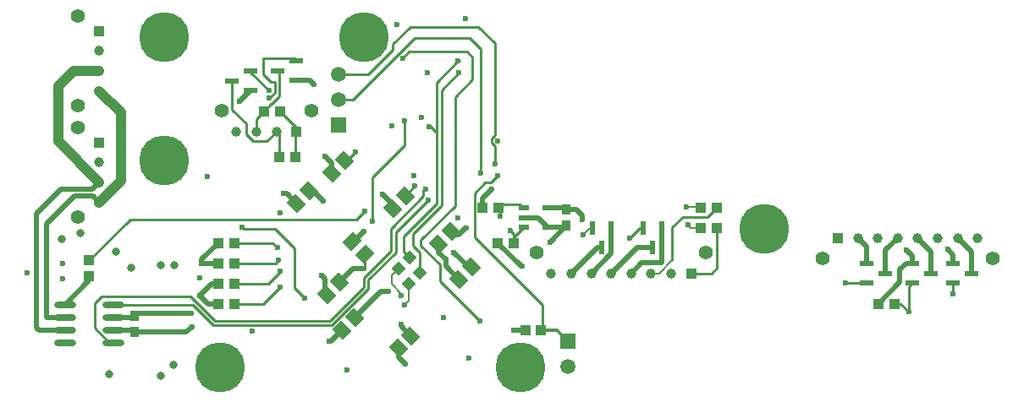
<source format=gbl>
%FSDAX24Y24*%
%MOIN*%
%SFA1B1*%

%IPPOS*%
%AMD28*
4,1,4,0.038300,-0.003500,-0.003500,0.038300,-0.038300,0.003500,0.003500,-0.038300,0.038300,-0.003500,0.0*
%
%AMD29*
4,1,4,0.003500,0.038300,-0.038300,-0.003500,-0.003500,-0.038300,0.038300,0.003500,0.003500,0.038300,0.0*
%
%AMD59*
4,1,4,0.000000,0.027700,-0.027700,0.000000,0.000000,-0.027700,0.027700,0.000000,0.000000,0.027700,0.0*
%
%ADD14R,0.039400X0.039400*%
%ADD15R,0.039400X0.039400*%
%ADD21R,0.055100X0.023600*%
%ADD23R,0.037400X0.039400*%
G04~CAMADD=28~9~0.0~0.0~591.0~492.0~0.0~0.0~0~0.0~0.0~0.0~0.0~0~0.0~0.0~0.0~0.0~0~0.0~0.0~0.0~315.0~766.0~765.0*
%ADD28D28*%
G04~CAMADD=29~9~0.0~0.0~591.0~492.0~0.0~0.0~0~0.0~0.0~0.0~0.0~0~0.0~0.0~0.0~0.0~0~0.0~0.0~0.0~45.0~766.0~765.0*
%ADD29D29*%
%ADD35C,0.009800*%
%ADD36C,0.007900*%
%ADD37C,0.019700*%
%ADD38C,0.039400*%
%ADD40R,0.059100X0.059100*%
%ADD41C,0.059100*%
%ADD42C,0.055100*%
%ADD43C,0.039400*%
%ADD44C,0.196900*%
%ADD45C,0.023600*%
%ADD46C,0.031500*%
%ADD58R,0.043300X0.023600*%
G04~CAMADD=59~10~0.0~393.9~0.0~0.0~0.0~0.0~0~0.0~0.0~0.0~0.0~0~0.0~0.0~0.0~0.0~0~0.0~0.0~0.0~405.0~393.9~0.0*
%ADD59D59*%
%ADD60R,0.023600X0.055100*%
%ADD61O,0.086600X0.023600*%
%ADD62C,0.011800*%
%LNpcb2-1*%
%LPD*%
G54D14*
X021800Y038085D03*
Y038715D03*
X022200Y043362D03*
Y047762D03*
G54D15*
X038976Y035945D03*
X039606D03*
X053515Y037000D03*
X052885D03*
X037285Y040800D03*
X037915D03*
X037885Y039400D03*
X038515D03*
X029915Y042800D03*
X029285D03*
X029315Y044600D03*
X028685D03*
X026885Y039400D03*
X027515D03*
X026885Y037000D03*
X027515D03*
X026885Y037800D03*
X027515D03*
X026885Y038600D03*
X027515D03*
X045885Y040000D03*
X046515D03*
X045885Y040800D03*
X046515D03*
X045512Y038200D03*
X051288Y039600D03*
X029962Y043800D03*
G54D21*
X029974Y046574D03*
Y045826D03*
X029226Y046200D03*
X028174Y046174D03*
Y045426D03*
X027426Y045800D03*
X052426Y037826D03*
Y038574D03*
X053174Y038200D03*
X054226Y037826D03*
Y038574D03*
X054974Y038200D03*
X055826Y037826D03*
Y038574D03*
X056574Y038200D03*
G54D23*
X040600Y040715D03*
Y040085D03*
X023600Y035885D03*
Y036515D03*
G54D28*
X036047Y039847D03*
X035560Y039360D03*
X034248Y041247D03*
X033760Y040760D03*
X036847Y038447D03*
X036360Y037960D03*
X031847Y042647D03*
X031360Y042160D03*
X030447Y041447D03*
X029960Y040960D03*
X031647Y037847D03*
X031160Y037360D03*
X032247Y036447D03*
X031760Y035960D03*
X034465Y035734D03*
X033978Y035247D03*
G54D29*
X032647Y038953D03*
X032160Y039440D03*
G54D35*
X031614Y045055D02*
X032191D01*
X031614Y046055D02*
X032807D01*
X033770Y047018*
Y047254*
X034449Y047933*
X039646Y035955D02*
Y036949D01*
X027835Y040020D02*
X027884Y039970D01*
X029114*
X029902Y039183*
Y037608D02*
Y039183D01*
Y037608D02*
X030285Y037224D01*
X044764Y038720D02*
Y040010D01*
X045187Y040433*
X046148*
X046515Y040800*
X045512Y038200D02*
X046310D01*
X046515Y038405D02*
Y040000D01*
X046310Y038200D02*
X046515Y038405D01*
X036980Y039615D02*
X039646Y036949D01*
X032333Y040325D02*
X032657Y040650D01*
X023410Y040325D02*
X032333D01*
X021800Y038715D02*
X023410Y040325D01*
X028888Y045108D02*
X028903D01*
X053768Y037000D02*
X054085Y036683D01*
X053515Y037000D02*
X053768D01*
X036368Y046122D02*
X036378Y046132D01*
X035679Y045433D02*
X036368Y046122D01*
X035679Y040871D02*
Y045433D01*
X034547Y039739D02*
X035679Y040871D01*
X034547Y039291D02*
Y039739D01*
X034248Y041255D02*
X034636Y041644D01*
X035000Y041506D02*
X035069D01*
X034961Y041467D02*
X035000Y041506D01*
X034961Y041240D02*
Y041467D01*
X033691Y039970D02*
X034961Y041240D01*
X028060Y036309D02*
X028377D01*
X026772D02*
X028060D01*
X028377D02*
X031280D01*
X022018Y036043D02*
X022559Y035502D01*
X022018Y036043D02*
Y037018D01*
X022283Y037283*
X025797*
X033878Y039035D02*
Y039813D01*
X032785Y037943D02*
X033878Y039035D01*
X032785Y037592D02*
Y037943D01*
X031345Y036152D02*
X032785Y037592D01*
X028312Y036152D02*
X031345D01*
X028125D02*
X028312D01*
X026706D02*
X028125D01*
X025908Y036950D02*
X026706Y036152D01*
X022755Y036950D02*
X025908D01*
X033691Y039071D02*
Y039970D01*
X032628Y038008D02*
X033691Y039071D01*
X032628Y037657D02*
Y038008D01*
X031280Y036309D02*
X032628Y037657D01*
X025797Y037283D02*
X026772Y036309D01*
X032972Y041998D02*
X034222Y043248D01*
Y044222*
X032972Y040256D02*
Y041998D01*
X036980Y041350D02*
X037402Y041772D01*
X037618D02*
X037894Y042047D01*
X037402Y041772D02*
X037618D01*
X036980Y039615D02*
Y041350D01*
X038769Y040933D02*
X038928Y040774D01*
X037982Y040933D02*
X038769D01*
X037982Y040443D02*
Y040933D01*
X033760Y040760D02*
Y040905D01*
X033707Y040813D02*
X033760Y040760D01*
X031847Y042647D02*
X031958D01*
X032293Y042982*
X034248Y041247D02*
Y041255D01*
X028654Y037000D02*
X029321Y037667D01*
X027515Y037000D02*
X028654D01*
X028863Y037800D02*
X029321Y038258D01*
Y038287*
X027515Y037800D02*
X028863D01*
X029151Y038600D02*
X029262Y038711D01*
X027515Y038600D02*
X029151D01*
X029025Y039400D02*
X029213Y039213D01*
X027515Y039400D02*
X029025D01*
X035481Y043760D02*
Y045715D01*
Y040953D02*
Y043760D01*
X035264Y043976D02*
X035481Y043760D01*
X035197Y043976D02*
X035264D01*
X034193Y039656D02*
X035483Y040946D01*
X035481Y045715D02*
X036336Y046571D01*
X036378*
X029175Y043800D02*
X029285Y043690D01*
Y042800D02*
Y043690D01*
X029915Y043753D02*
X029962Y043800D01*
X029915Y042800D02*
Y043753D01*
X029962Y043800D02*
Y043953D01*
X029315Y044600D02*
X029962Y043953D01*
X028387Y043800D02*
Y044302D01*
X028685Y044600*
X028790Y043415D02*
X029175Y043800D01*
X028258Y043415D02*
X028790D01*
X027992Y043681D02*
X028258Y043415D01*
X027992Y043681D02*
Y044104D01*
X027426Y044670D02*
X027992Y044104D01*
X027426Y044670D02*
Y045800D01*
X029281Y045192D02*
Y046144D01*
X028685Y044600D02*
X028690D01*
X029226Y046200D02*
X029281Y046144D01*
X029875Y046673D02*
X029974Y046574D01*
X028671Y046673D02*
X029875D01*
X028652Y046654D02*
X028671Y046673D01*
X028652Y046063D02*
Y046654D01*
Y046063D02*
X028957Y045758D01*
X029124*
Y045329D02*
Y045758D01*
X028903Y045108D02*
X029124Y045329D01*
X028174Y046107D02*
Y046174D01*
Y046107D02*
X028878Y045404D01*
X038515Y039400D02*
Y039763D01*
X038396Y039882D02*
X038515Y039763D01*
Y039613D02*
X038928Y040026D01*
X038515Y039400D02*
Y039613D01*
X054085Y037685D02*
X054226Y037826D01*
X054085Y036683D02*
Y037685D01*
X055826Y037402D02*
Y037826D01*
Y037402D02*
X055827D01*
X032618Y038386D02*
X032647Y038415D01*
Y038953*
X028878Y045108D02*
X028888D01*
X028690Y044600D02*
X028972Y044882D01*
X028982*
X029114Y045015*
Y045024*
X029281Y045192*
X033878Y039813D02*
X035162Y041097D01*
X032191Y045055D02*
X034616Y047480D01*
X036801*
X037234Y047047*
Y042146D02*
Y047047D01*
X034449Y047933D02*
X037126D01*
X037776Y047283*
Y043647D02*
Y047283D01*
X037657Y043529D02*
X037776Y043647D01*
X037657Y043341D02*
Y043529D01*
Y043341D02*
X037776Y043223D01*
Y042530D02*
Y043223D01*
X034154Y046693D02*
X034400Y046939D01*
X036693*
X036900Y046732*
Y045837D02*
Y046732D01*
X036211Y045148D02*
X036900Y045837D01*
X036211Y040846D02*
Y045148D01*
X034872Y039508D02*
X036211Y040846D01*
X034872Y039301D02*
Y039508D01*
Y039301D02*
X035610Y038563D01*
Y037884D02*
Y038563D01*
Y037884D02*
X037175Y036319D01*
X051604Y037825D02*
X052425D01*
X052426Y037826*
X043081Y039577D02*
X043478Y039974D01*
X043626*
X034547Y039291D02*
X034823Y039016D01*
Y038223D02*
Y039016D01*
X034193Y039053D02*
Y039656D01*
Y039053D02*
X034423Y038823D01*
G54D36*
X034377Y037104D02*
Y037777D01*
X034232Y036959D02*
X034377Y037104D01*
X033720Y038120D02*
X033977Y038377D01*
X033720Y037776D02*
Y038120D01*
Y037776D02*
X034104Y037392D01*
Y037333D02*
Y037392D01*
X043937Y038200D02*
X044243D01*
X044764Y038720*
X045512Y038200D02*
X045533Y038179D01*
X045868Y040817D02*
X045885Y040800D01*
X045325Y040817D02*
X045868D01*
X045502Y040000D02*
X045885D01*
X045394Y040108D02*
X045502Y040000D01*
X041585Y040015D02*
X041626Y039974D01*
X041260Y039724D02*
X041509Y039974D01*
X041626*
G54D37*
X038533Y035945D02*
X038976D01*
X053978Y038574D02*
X054226D01*
X053740Y038337D02*
X053978Y038574D01*
X053740Y037855D02*
Y038337D01*
X052885Y037000D02*
X053740Y037855D01*
X027737Y044989D02*
X028174Y045426D01*
X029454Y041344D02*
X029577D01*
X029449Y041339D02*
X029454Y041344D01*
X036624Y040000D02*
X036663D01*
X036348Y039724D02*
X036624Y040000D01*
X055610Y039144D02*
X055826Y038928D01*
Y038574D02*
Y038928D01*
X053996Y039124D02*
X054226Y038894D01*
Y038574D02*
Y038894D01*
X033978Y034890D02*
X034262Y034606D01*
X033978Y034890D02*
Y035247D01*
X031250Y035512D02*
X031312D01*
X031760Y035960*
X021919Y041506D02*
X022200Y041787D01*
X020691Y041506D02*
X021919D01*
X019734Y040549D02*
X020691Y041506D01*
X019734Y036048D02*
Y040549D01*
Y036048D02*
X019833Y035950D01*
X020845*
X021950Y041250D02*
X022200Y041000D01*
X021211Y041250D02*
X021950D01*
X020118Y040157D02*
X021211Y041250D01*
X020118Y036450D02*
Y040157D01*
Y036450D02*
X020845D01*
X037285Y041153D02*
X037648Y041516D01*
X037285Y041000D02*
Y041153D01*
X031083Y042815D02*
X031360Y042537D01*
Y042160D02*
Y042537D01*
X033356Y041309D02*
X033760Y040905D01*
X036171Y039724D02*
X036348D01*
X036047Y039847D02*
X036171Y039724D01*
X035846Y038474D02*
X036360Y037960D01*
X035846Y038474D02*
Y038750D01*
X036171Y039035D02*
X036759Y038447D01*
X036847*
X035560Y039036D02*
X035846Y038750D01*
X035560Y039036D02*
Y039360D01*
X026230Y038593D02*
Y038745D01*
X026885Y039400*
X026230Y038593D02*
X026238Y038600D01*
X026885*
X026152Y037333D02*
X026484Y037000D01*
X026885*
X026152Y037333D02*
X026619Y037800D01*
X026885*
X034085Y036114D02*
Y036171D01*
Y036114D02*
X034465Y035734D01*
X030493Y045826D02*
X030650Y045669D01*
X029974Y045826D02*
X030493D01*
X038811Y038474D02*
X038848D01*
X037885Y039400D02*
X038811Y038474D01*
X039951Y039409D02*
Y039436D01*
X040600Y040085*
X038928Y040400D02*
X039498D01*
X039872Y040026*
X040541Y040774D02*
X040600Y040715D01*
X039872Y040774D02*
X040541D01*
Y040026D02*
X040600Y040085D01*
X039872Y040026D02*
X040541D01*
X052076Y039600D02*
X052426Y039250D01*
Y038574D02*
Y039250D01*
X030965Y038130D02*
X031107Y037987D01*
Y037413D02*
Y037987D01*
Y037413D02*
X031160Y037360D01*
X029577Y041344D02*
X029960Y040960D01*
X032215Y039440D02*
X032633Y039857D01*
X032160Y039440D02*
X032215D01*
X030447Y041447D02*
X030639D01*
X031033Y041053*
X033300Y037500D02*
X033593D01*
X032247Y036447D02*
X033300Y037500D01*
X032186Y038386D02*
X032618D01*
X031647Y037847D02*
X032186Y038386D01*
X043572Y038622D02*
X044350D01*
X044374Y038646D02*
Y039974D01*
X044350Y038622D02*
X044374Y038646D01*
X043150Y038200D02*
X043572Y038622D01*
X043150Y038200D02*
X043230D01*
X041590D02*
X042374Y038984D01*
Y039974*
X041575Y038200D02*
X041590D01*
X023535Y036450D02*
X023699Y036614D01*
X025837*
X022755Y036450D02*
X023535D01*
X020845Y036950D02*
X021800Y037905D01*
Y038085*
X023535Y035950D02*
X023600Y035885D01*
X022755Y035950D02*
X023535D01*
X023600Y035885D02*
X025639D01*
X025856Y036102*
X053174Y038200D02*
Y039124D01*
X053650Y039600*
X054974Y038200D02*
Y039064D01*
X054438Y039600D02*
X054974Y039064D01*
X056574Y038200D02*
Y039039D01*
X056013Y039600D02*
X056574Y039039D01*
X043388Y039226D02*
X044000D01*
X042362Y038200D02*
X043388Y039226D01*
X041813D02*
X042000D01*
X040787Y038200D02*
X041813Y039226D01*
X040600Y040715D02*
X041002D01*
X041220Y040315D02*
Y040496D01*
X041002Y040715D02*
X041220Y040496D01*
G54D38*
X020581Y043407D02*
X022200Y041787D01*
X020581Y043407D02*
Y045581D01*
X021187Y046187*
X022200*
Y041000D02*
X023061Y041861D01*
X022200Y045400D02*
X023061Y044539D01*
Y041861D02*
Y044539D01*
G54D40*
X040669Y035512D03*
X031614Y044055D03*
G54D41*
X040669Y034512D03*
X031614Y045055D03*
Y046055D03*
G54D42*
X021373Y040409D03*
Y043953D03*
X046102Y039027D03*
X039409D03*
X050698Y038773D03*
X057391D03*
X021373Y044809D03*
Y048353D03*
X027009Y044627D03*
X030553D03*
G54D43*
X022200Y041000D03*
Y041787D03*
Y042575D03*
X042362Y038200D03*
X041575D03*
X040787D03*
X040000D03*
X043150D03*
X043937D03*
X044724D03*
X054438Y039600D03*
X055225D03*
X056013D03*
X056800D03*
X053650D03*
X052863D03*
X052076D03*
X022200Y045400D03*
Y046187D03*
Y046975D03*
X027600Y043800D03*
X028387D03*
X029175D03*
G54D44*
X024765Y042653D03*
X026970Y034483D03*
X038781D03*
X048378Y039946D03*
X032630Y047519D03*
X024755D03*
G54D45*
X038533Y035945D03*
X036336Y046571D03*
X036368Y046122D03*
X034636Y041644D03*
X035069Y041506D03*
X029449Y041339D03*
X036663Y040000D03*
X035128Y046112D03*
X020757Y037989D03*
Y038589D03*
X055610Y039144D03*
X053996Y039124D03*
X036309Y040394D03*
X034262Y034606D03*
X031250Y035512D03*
X035768Y036437D03*
X030285Y037224D03*
X032657Y040650D03*
X036614Y048248D03*
X029331Y040571D03*
X019370Y038219D03*
X034222Y044222D03*
X032972Y040256D03*
X033937Y048012D03*
X034902Y044370D03*
X033730Y044016D03*
X034154Y046693D03*
X037234Y042146D03*
X037776Y042530D03*
X037894Y042047D03*
X031083Y042815D03*
X033356Y041309D03*
X034587Y042037D03*
X032293Y042982D03*
X037884Y043435D03*
X035846Y038750D03*
X036171Y039035D03*
X026447Y042008D03*
X029321Y037667D03*
Y038287D03*
X029262Y038711D03*
X029213Y039213D03*
X026161Y038022D03*
X026230Y038593D03*
X026152Y037333D03*
X028219Y035925D03*
X031969Y034390D03*
X034085Y036171D03*
X037175Y036319D03*
X035197Y043976D03*
X036772Y034852D03*
X027726Y045000D03*
X030650Y045669D03*
X028878Y045404D03*
X037982Y040443D03*
X038396Y039882D03*
X038848Y038474D03*
X037648Y041516D03*
X039951Y039409D03*
X045325Y040817D03*
X045394Y040108D03*
X054085Y036683D03*
X055827Y037402D03*
X030965Y038130D03*
X032638Y039852D03*
X031033Y041053D03*
X033593Y037500D03*
X032618Y038386D03*
X025837Y036614D03*
X025856Y036102D03*
X028888Y045108D03*
X035162Y041097D03*
X051604Y037825D03*
X043081Y039577D03*
X041260Y039724D03*
X041220Y040315D03*
X027835Y040020D03*
X034232Y036959D03*
X034104Y037333D03*
G54D46*
X025157Y038524D03*
X024616Y038533D03*
X020728Y039537D03*
X021467Y039803D03*
X022608Y034222D03*
X023455Y038406D03*
X022874Y039065D03*
X025128Y034577D03*
X024636Y034144D03*
G54D58*
X039872Y040026D03*
Y040774D03*
X038928D03*
Y040400D03*
Y040026D03*
G54D59*
X034423Y038823D03*
X033977Y038377D03*
X034823Y038223D03*
X034377Y037777D03*
G54D60*
X041626Y039974D03*
X042374D03*
X042000Y039226D03*
X043626Y039974D03*
X044374D03*
X044000Y039226D03*
G54D61*
X022755Y036950D03*
Y036450D03*
Y035950D03*
Y035450D03*
X020845Y036950D03*
Y036450D03*
Y035950D03*
Y035450D03*
G54D62*
X039606Y035945D02*
X040236D01*
X040669Y035512*
M02*
</source>
